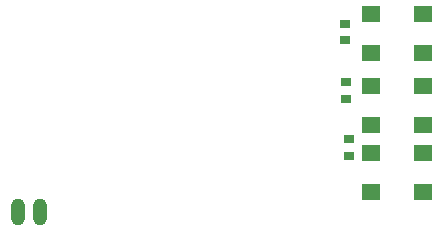
<source format=gtp>
G04 Layer: TopPasteMaskLayer*
G04 EasyEDA v6.5.44, 2024-07-16 23:05:10*
G04 d2859fdac7c24986be9c74e91a94c2b3,2d99afecd3cb4a319326ca3d9e85512b,10*
G04 Gerber Generator version 0.2*
G04 Scale: 100 percent, Rotated: No, Reflected: No *
G04 Dimensions in inches *
G04 leading zeros omitted , absolute positions ,3 integer and 6 decimal *
%FSLAX36Y36*%
%MOIN*%

%ADD10R,0.0354X0.0315*%
%ADD11R,0.0630X0.0551*%
%ADD12O,0.047244X0.09055099999999999*%

%LPD*%
D10*
G01*
X1750000Y3537559D03*
G01*
X1750000Y3482440D03*
G01*
X1755000Y3342559D03*
G01*
X1755000Y3287440D03*
G01*
X1765000Y3152559D03*
G01*
X1765000Y3097440D03*
D11*
G01*
X1838389Y2975039D03*
G01*
X1838389Y3104960D03*
G01*
X2011610Y3104960D03*
G01*
X2011610Y2975039D03*
G01*
X1838389Y3200039D03*
G01*
X1838389Y3329960D03*
G01*
X2011610Y3329960D03*
G01*
X2011610Y3200039D03*
G01*
X1838389Y3440039D03*
G01*
X1838389Y3569960D03*
G01*
X2011610Y3569960D03*
G01*
X2011610Y3440039D03*
D12*
G01*
X660000Y2910000D03*
G01*
X734329Y2910000D03*
M02*

</source>
